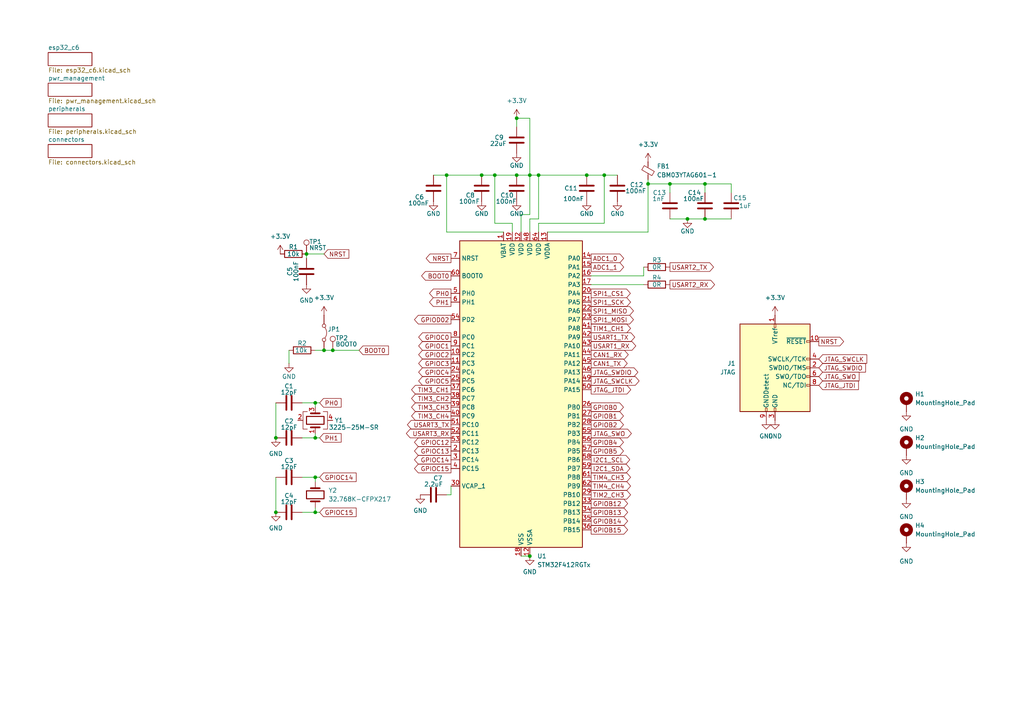
<source format=kicad_sch>
(kicad_sch (version 20250114) (generator "eeschema") (generator_version "9.0")
  (paper "A4")
  (title_block (title "IoT Logger B - STM32F4") (date "2026-01-24") (rev "1.0") (company "Piotr Kłyś"))
  (lib_symbols
    (symbol "Connector:Conn_ARM_JTAG_SWD_10" (pin_names (offset 1.016))
      (property "Reference" "J" (at -2.54 16.51 0))
      (property "Value" "Conn_ARM_JTAG_SWD_10" (at -2.54 13.97 0))
      (symbol "Conn_ARM_JTAG_SWD_10_0_1"
        (rectangle (start -10.16 12.7) (end 10.16 -12.7) (stroke (width 0.254)) (fill (type background)))
        (rectangle (start -2.794 -12.7) (end -2.286 -11.684))
        (rectangle (start -0.254 12.7) (end 0.254 11.684))
        (rectangle (start -0.254 -12.7) (end 0.254 -11.684))
        (rectangle (start 9.144 2.286) (end 10.16 2.794))
        (rectangle (start 10.16 7.874) (end 9.144 7.366))
        (rectangle (start 10.16 -0.254) (end 9.144 0.254))
        (rectangle (start 10.16 -2.794) (end 9.144 -2.286))
      )
      (symbol "Conn_ARM_JTAG_SWD_10_1_1"
        (rectangle (start 9.144 -5.334) (end 10.16 -4.826))
        (pin no_connect line (at -10.16 0 0) (length 2.54) (hide yes) (name "KEY") (number "7"))
        (pin passive line (at -2.54 -15.24 90) (length 2.54) (name "GNDDetect") (number "9"))
        (pin power_in line (at 0 15.24 270) (length 2.54) (name "VTref") (number "1"))
        (pin power_in line (at 0 -15.24 90) (length 2.54) (name "GND") (number "3"))
        (pin passive line (at 0 -15.24 90) (length 2.54) (hide yes) (name "GND") (number "5"))
        (pin open_collector line (at 12.7 7.62 180) (length 2.54) (name "~{RESET}") (number "10"))
        (pin output line (at 12.7 2.54 180) (length 2.54) (name "SWCLK/TCK") (number "4"))
        (pin bidirectional line (at 12.7 0 180) (length 2.54) (name "SWDIO/TMS") (number "2"))
        (pin input line (at 12.7 -2.54 180) (length 2.54) (name "SWO/TDO") (number "6"))
        (pin output line (at 12.7 -5.08 180) (length 2.54) (name "NC/TDI") (number "8"))
      )
    )
    (symbol "Connector:TestPoint" (pin_numbers (hide yes)) (pin_names (offset 0.762) (hide yes))
      (property "Reference" "TP" (at 0 6.858 0))
      (property "Value" "TestPoint" (at 0 5.08 0))
      (symbol "TestPoint_0_1"
        (circle (center 0 3.302) (radius 0.762))
      )
      (symbol "TestPoint_1_1"
        (pin passive line (at 0 0 90) (length 2.54) (name "1") (number "1"))
      )
    )
    (symbol "Device:C" (pin_numbers (hide yes)) (pin_names (offset 0.254))
      (property "Reference" "C" (at 0.635 2.54 0))
      (property "Value" "C" (at 0.635 -2.54 0))
      (symbol "C_0_1"
        (polyline (pts (xy -2.032 0.762) (xy 2.032 0.762)) (stroke (width 0.508)))
        (polyline (pts (xy -2.032 -0.762) (xy 2.032 -0.762)) (stroke (width 0.508)))
      )
      (symbol "C_1_1"
        (pin passive line (at 0 3.81 270) (length 2.794) (name "~") (number "1"))
        (pin passive line (at 0 -3.81 90) (length 2.794) (name "~") (number "2"))
      )
    )
    (symbol "Device:Crystal" (pin_numbers (hide yes)) (pin_names (offset 1.016) (hide yes))
      (property "Reference" "Y" (at 0 3.81 0))
      (property "Value" "Crystal" (at 0 -3.81 0))
      (symbol "Crystal_0_1"
        (polyline (pts (xy -2.54 0) (xy -1.905 0)))
        (polyline (pts (xy -1.905 -1.27) (xy -1.905 1.27)) (stroke (width 0.508)))
        (rectangle (start -1.143 2.54) (end 1.143 -2.54) (stroke (width 0.3048)))
        (polyline (pts (xy 1.905 -1.27) (xy 1.905 1.27)) (stroke (width 0.508)))
        (polyline (pts (xy 2.54 0) (xy 1.905 0)))
      )
      (symbol "Crystal_1_1"
        (pin passive line (at -3.81 0 0) (length 1.27) (name "1") (number "1"))
        (pin passive line (at 3.81 0 180) (length 1.27) (name "2") (number "2"))
      )
    )
    (symbol "Device:Crystal_GND24" (pin_names (offset 1.016) (hide yes))
      (property "Reference" "Y" (at 3.175 5.08 0))
      (property "Value" "Crystal_GND24" (at 3.175 3.175 0))
      (symbol "Crystal_GND24_0_1"
        (polyline (pts (xy -2.54 2.286) (xy -2.54 3.556) (xy 2.54 3.556) (xy 2.54 2.286)))
        (polyline (pts (xy -2.54 0) (xy -2.032 0)))
        (polyline (pts (xy -2.54 -2.286) (xy -2.54 -3.556) (xy 2.54 -3.556) (xy 2.54 -2.286)))
        (polyline (pts (xy -2.032 -1.27) (xy -2.032 1.27)) (stroke (width 0.508)))
        (rectangle (start -1.143 2.54) (end 1.143 -2.54) (stroke (width 0.3048)))
        (polyline (pts (xy 0 3.556) (xy 0 3.81)))
        (polyline (pts (xy 0 -3.81) (xy 0 -3.556)))
        (polyline (pts (xy 2.032 0) (xy 2.54 0)))
        (polyline (pts (xy 2.032 -1.27) (xy 2.032 1.27)) (stroke (width 0.508)))
      )
      (symbol "Crystal_GND24_1_1"
        (pin passive line (at -3.81 0 0) (length 1.27) (name "1") (number "1"))
        (pin passive line (at 0 5.08 270) (length 1.27) (name "2") (number "2"))
        (pin passive line (at 0 -5.08 90) (length 1.27) (name "4") (number "4"))
        (pin passive line (at 3.81 0 180) (length 1.27) (name "3") (number "3"))
      )
    )
    (symbol "Device:FerriteBead_Small" (pin_numbers (hide yes)) (pin_names (offset 0))
      (property "Reference" "FB" (at 1.905 1.27 0))
      (property "Value" "FerriteBead_Small" (at 1.905 -1.27 0))
      (symbol "FerriteBead_Small_0_1"
        (polyline (pts (xy -1.8288 0.2794) (xy -1.1176 1.4986) (xy 1.8288 -0.2032) (xy 1.1176 -1.4224) (xy -1.8288 0.2794)))
        (polyline (pts (xy 0 0.889) (xy 0 1.2954)))
        (polyline (pts (xy 0 -1.27) (xy 0 -0.7874)))
      )
      (symbol "FerriteBead_Small_1_1"
        (pin passive line (at 0 2.54 270) (length 1.27) (name "~") (number "1"))
        (pin passive line (at 0 -2.54 90) (length 1.27) (name "~") (number "2"))
      )
    )
    (symbol "Device:R" (pin_numbers (hide yes)) (pin_names (offset 0))
      (property "Reference" "R" (at 2.032 0 90))
      (property "Value" "R" (at 0 0 90))
      (symbol "R_0_1"
        (rectangle (start -1.016 -2.54) (end 1.016 2.54) (stroke (width 0.254)))
      )
      (symbol "R_1_1"
        (pin passive line (at 0 3.81 270) (length 1.27) (name "~") (number "1"))
        (pin passive line (at 0 -3.81 90) (length 1.27) (name "~") (number "2"))
      )
    )
    (symbol "Jumper:Jumper_2_Bridged" (pin_numbers (hide yes)) (pin_names (offset 0) (hide yes))
      (property "Reference" "JP" (at 0 1.905 0))
      (property "Value" "Jumper_2_Bridged" (at 0 -2.54 0))
      (symbol "Jumper_2_Bridged_0_0"
        (circle (center -2.032 0) (radius 0.508))
        (circle (center 2.032 0) (radius 0.508))
      )
      (symbol "Jumper_2_Bridged_0_1"
        (arc (start -1.524 0.254) (mid 0 0.762) (end 1.524 0.254))
      )
      (symbol "Jumper_2_Bridged_1_1"
        (pin passive line (at -5.08 0 0) (length 2.54) (name "A") (number "1"))
        (pin passive line (at 5.08 0 180) (length 2.54) (name "B") (number "2"))
      )
    )
    (symbol "MCU_ST_STM32F4:STM32F412RGTx"
      (property "Reference" "U" (at -17.78 46.99 0))
      (property "Value" "STM32F412RGTx" (at 10.16 46.99 0))
      (symbol "STM32F412RGTx_0_1"
        (rectangle (start -17.78 -43.18) (end 17.78 45.72) (stroke (width 0.254)) (fill (type background)))
      )
      (symbol "STM32F412RGTx_1_1"
        (pin input line (at -20.32 40.64 0) (length 2.54) (name "NRST") (number "7"))
        (pin input line (at -20.32 35.56 0) (length 2.54) (name "BOOT0") (number "60"))
        (pin bidirectional line (at -20.32 30.48 0) (length 2.54) (name "PH0") (number "5"))
        (pin bidirectional line (at -20.32 27.94 0) (length 2.54) (name "PH1") (number "6"))
        (pin bidirectional line (at -20.32 22.86 0) (length 2.54) (name "PD2") (number "54"))
        (pin bidirectional line (at -20.32 17.78 0) (length 2.54) (name "PC0") (number "8"))
        (pin bidirectional line (at -20.32 15.24 0) (length 2.54) (name "PC1") (number "9"))
        (pin bidirectional line (at -20.32 12.7 0) (length 2.54) (name "PC2") (number "10"))
        (pin bidirectional line (at -20.32 10.16 0) (length 2.54) (name "PC3") (number "11"))
        (pin bidirectional line (at -20.32 7.62 0) (length 2.54) (name "PC4") (number "24"))
        (pin bidirectional line (at -20.32 5.08 0) (length 2.54) (name "PC5") (number "25"))
        (pin bidirectional line (at -20.32 2.54 0) (length 2.54) (name "PC6") (number "37"))
        (pin bidirectional line (at -20.32 0 0) (length 2.54) (name "PC7") (number "38"))
        (pin bidirectional line (at -20.32 -2.54 0) (length 2.54) (name "PC8") (number "39"))
        (pin bidirectional line (at -20.32 -5.08 0) (length 2.54) (name "PC9") (number "40"))
        (pin bidirectional line (at -20.32 -7.62 0) (length 2.54) (name "PC10") (number "51"))
        (pin bidirectional line (at -20.32 -10.16 0) (length 2.54) (name "PC11") (number "52"))
        (pin bidirectional line (at -20.32 -12.7 0) (length 2.54) (name "PC12") (number "53"))
        (pin bidirectional line (at -20.32 -15.24 0) (length 2.54) (name "PC13") (number "2"))
        (pin bidirectional line (at -20.32 -17.78 0) (length 2.54) (name "PC14") (number "3"))
        (pin bidirectional line (at -20.32 -20.32 0) (length 2.54) (name "PC15") (number "4"))
        (pin power_out line (at -20.32 -25.4 0) (length 2.54) (name "VCAP_1") (number "30"))
        (pin power_in line (at -5.08 48.26 270) (length 2.54) (name "VBAT") (number "1"))
        (pin power_in line (at -2.54 48.26 270) (length 2.54) (name "VDD") (number "19"))
        (pin power_in line (at 0 48.26 270) (length 2.54) (name "VDD") (number "32"))
        (pin power_in line (at 0 -45.72 90) (length 2.54) (name "VSS") (number "18"))
        (pin passive line (at 0 -45.72 90) (length 2.54) (hide yes) (name "VSS") (number "31"))
        (pin passive line (at 0 -45.72 90) (length 2.54) (hide yes) (name "VSS") (number "47"))
        (pin passive line (at 0 -45.72 90) (length 2.54) (hide yes) (name "VSS") (number "63"))
        (pin power_in line (at 2.54 48.26 270) (length 2.54) (name "VDD") (number "48"))
        (pin power_in line (at 2.54 -45.72 90) (length 2.54) (name "VSSA") (number "12"))
        (pin power_in line (at 5.08 48.26 270) (length 2.54) (name "VDD") (number "64"))
        (pin power_in line (at 7.62 48.26 270) (length 2.54) (name "VDDA") (number "13"))
        (pin bidirectional line (at 20.32 40.64 180) (length 2.54) (name "PA0") (number "14"))
        (pin bidirectional line (at 20.32 38.1 180) (length 2.54) (name "PA1") (number "15"))
        (pin bidirectional line (at 20.32 35.56 180) (length 2.54) (name "PA2") (number "16"))
        (pin bidirectional line (at 20.32 33.02 180) (length 2.54) (name "PA3") (number "17"))
        (pin bidirectional line (at 20.32 30.48 180) (length 2.54) (name "PA4") (number "20"))
        (pin bidirectional line (at 20.32 27.94 180) (length 2.54) (name "PA5") (number "21"))
        (pin bidirectional line (at 20.32 25.4 180) (length 2.54) (name "PA6") (number "22"))
        (pin bidirectional line (at 20.32 22.86 180) (length 2.54) (name "PA7") (number "23"))
        (pin bidirectional line (at 20.32 20.32 180) (length 2.54) (name "PA8") (number "41"))
        (pin bidirectional line (at 20.32 17.78 180) (length 2.54) (name "PA9") (number "42"))
        (pin bidirectional line (at 20.32 15.24 180) (length 2.54) (name "PA10") (number "43"))
        (pin bidirectional line (at 20.32 12.7 180) (length 2.54) (name "PA11") (number "44"))
        (pin bidirectional line (at 20.32 10.16 180) (length 2.54) (name "PA12") (number "45"))
        (pin bidirectional line (at 20.32 7.62 180) (length 2.54) (name "PA13") (number "46"))
        (pin bidirectional line (at 20.32 5.08 180) (length 2.54) (name "PA14") (number "49"))
        (pin bidirectional line (at 20.32 2.54 180) (length 2.54) (name "PA15") (number "50"))
        (pin bidirectional line (at 20.32 -2.54 180) (length 2.54) (name "PB0") (number "26"))
        (pin bidirectional line (at 20.32 -5.08 180) (length 2.54) (name "PB1") (number "27"))
        (pin bidirectional line (at 20.32 -7.62 180) (length 2.54) (name "PB2") (number "28"))
        (pin bidirectional line (at 20.32 -10.16 180) (length 2.54) (name "PB3") (number "55"))
        (pin bidirectional line (at 20.32 -12.7 180) (length 2.54) (name "PB4") (number "56"))
        (pin bidirectional line (at 20.32 -15.24 180) (length 2.54) (name "PB5") (number "57"))
        (pin bidirectional line (at 20.32 -17.78 180) (length 2.54) (name "PB6") (number "58"))
        (pin bidirectional line (at 20.32 -20.32 180) (length 2.54) (name "PB7") (number "59"))
        (pin bidirectional line (at 20.32 -22.86 180) (length 2.54) (name "PB8") (number "61"))
        (pin bidirectional line (at 20.32 -25.4 180) (length 2.54) (name "PB9") (number "62"))
        (pin bidirectional line (at 20.32 -27.94 180) (length 2.54) (name "PB10") (number "29"))
        (pin bidirectional line (at 20.32 -30.48 180) (length 2.54) (name "PB12") (number "33"))
        (pin bidirectional line (at 20.32 -33.02 180) (length 2.54) (name "PB13") (number "34"))
        (pin bidirectional line (at 20.32 -35.56 180) (length 2.54) (name "PB14") (number "35"))
        (pin bidirectional line (at 20.32 -38.1 180) (length 2.54) (name "PB15") (number "36"))
      )
    )
    (symbol "Mechanical:MountingHole_Pad" (pin_numbers (hide yes)) (pin_names (offset 1.016) (hide yes)) (in_bom no)
      (property "Reference" "H" (at 0 6.35 0))
      (property "Value" "MountingHole_Pad" (at 0 4.445 0))
      (symbol "MountingHole_Pad_0_1"
        (circle (center 0 1.27) (radius 1.27) (stroke (width 1.27)))
      )
      (symbol "MountingHole_Pad_1_1"
        (pin input line (at 0 -2.54 90) (length 2.54) (name "1") (number "1"))
      )
    )
    (symbol "power:+3.3V" (power) (pin_numbers (hide yes)) (pin_names (offset 0) (hide yes))
      (property "Value" "+3.3V" (at 0 3.556 0))
      (symbol "+3.3V_0_1"
        (polyline (pts (xy -0.762 1.27) (xy 0 2.54)))
        (polyline (pts (xy 0 2.54) (xy 0.762 1.27)))
        (polyline (pts (xy 0 0) (xy 0 2.54)))
      )
      (symbol "+3.3V_1_1"
        (pin power_in line (at 0 0 90) (length 0) (name "~") (number "1"))
      )
    )
    (symbol "power:GND" (power) (pin_numbers (hide yes)) (pin_names (offset 0) (hide yes))
      (property "Value" "GND" (at 0 -3.81 0))
      (symbol "GND_0_1"
        (polyline (pts (xy 0 0) (xy 0 -1.27) (xy 1.27 -1.27) (xy 0 -2.54) (xy -1.27 -1.27) (xy 0 -1.27)))
      )
      (symbol "GND_1_1"
        (pin power_in line (at 0 0 270) (length 0) (name "~") (number "1"))
      )
    )
  )
  (junction (at 149.86 50.8))
  (junction (at 143.51 50.8))
  (junction (at 170.18 50.8))
  (junction (at 91.44 148.59))
  (junction (at 91.44 116.84))
  (junction (at 139.7 50.8))
  (junction (at 175.26 50.8))
  (junction (at 204.47 53.34))
  (junction (at 156.21 50.8))
  (junction (at 204.47 63.5))
  (junction (at 88.9 73.66))
  (junction (at 93.98 101.6))
  (junction (at 91.44 127))
  (junction (at 80.01 127))
  (junction (at 187.96 53.34))
  (junction (at 199.39 63.5))
  (junction (at 149.86 34.29))
  (junction (at 153.67 50.8))
  (junction (at 96.52 101.6))
  (junction (at 91.44 138.43))
  (junction (at 129.54 50.8))
  (junction (at 153.67 161.29))
  (junction (at 194.31 53.34))
  (junction (at 80.01 148.59))
  (wire (pts (xy 204.47 53.34) (xy 194.31 53.34)))
  (wire (pts (xy 212.09 53.34) (xy 204.47 53.34)))
  (wire (pts (xy 96.52 101.6) (xy 104.14 101.6)))
  (wire (pts (xy 91.44 127) (xy 92.71 127)))
  (wire (pts (xy 148.59 64.77) (xy 148.59 67.31)))
  (wire (pts (xy 153.67 67.31) (xy 153.67 63.5)))
  (wire (pts (xy 151.13 161.29) (xy 153.67 161.29)))
  (wire (pts (xy 88.9 74.93) (xy 88.9 73.66)))
  (wire (pts (xy 143.51 50.8) (xy 149.86 50.8)))
  (wire (pts (xy 96.52 101.6) (xy 93.98 101.6)))
  (wire (pts (xy 204.47 63.5) (xy 212.09 63.5)))
  (wire (pts (xy 87.63 127) (xy 91.44 127)))
  (wire (pts (xy 91.44 125.73) (xy 91.44 127)))
  (wire (pts (xy 91.44 138.43) (xy 91.44 139.7)))
  (wire (pts (xy 87.63 138.43) (xy 91.44 138.43)))
  (wire (pts (xy 91.44 147.32) (xy 91.44 148.59)))
  (wire (pts (xy 129.54 50.8) (xy 139.7 50.8)))
  (wire (pts (xy 153.67 63.5) (xy 156.21 63.5)))
  (wire (pts (xy 187.96 67.31) (xy 187.96 53.34)))
  (wire (pts (xy 186.69 80.01) (xy 186.69 77.47)))
  (wire (pts (xy 151.13 67.31) (xy 151.13 62.23)))
  (wire (pts (xy 156.21 50.8) (xy 170.18 50.8)))
  (wire (pts (xy 187.96 52.07) (xy 187.96 53.34)))
  (wire (pts (xy 153.67 62.23) (xy 153.67 50.8)))
  (wire (pts (xy 87.63 116.84) (xy 91.44 116.84)))
  (wire (pts (xy 153.67 34.29) (xy 153.67 50.8)))
  (wire (pts (xy 129.54 143.51) (xy 130.81 143.51)))
  (wire (pts (xy 91.44 148.59) (xy 92.71 148.59)))
  (wire (pts (xy 129.54 50.8) (xy 125.73 50.8)))
  (wire (pts (xy 151.13 62.23) (xy 153.67 62.23)))
  (wire (pts (xy 139.7 50.8) (xy 143.51 50.8)))
  (wire (pts (xy 194.31 63.5) (xy 199.39 63.5)))
  (wire (pts (xy 156.21 63.5) (xy 156.21 50.8)))
  (wire (pts (xy 187.96 53.34) (xy 194.31 53.34)))
  (wire (pts (xy 148.59 64.77) (xy 143.51 64.77)))
  (wire (pts (xy 156.21 64.77) (xy 175.26 64.77)))
  (wire (pts (xy 149.86 50.8) (xy 153.67 50.8)))
  (wire (pts (xy 88.9 73.66) (xy 93.98 73.66)))
  (wire (pts (xy 175.26 64.77) (xy 175.26 50.8)))
  (wire (pts (xy 91.44 101.6) (xy 93.98 101.6)))
  (wire (pts (xy 170.18 50.8) (xy 175.26 50.8)))
  (wire (pts (xy 129.54 67.31) (xy 129.54 50.8)))
  (wire (pts (xy 204.47 55.88) (xy 204.47 53.34)))
  (wire (pts (xy 91.44 116.84) (xy 91.44 118.11)))
  (wire (pts (xy 87.63 148.59) (xy 91.44 148.59)))
  (wire (pts (xy 175.26 50.8) (xy 179.07 50.8)))
  (wire (pts (xy 158.75 67.31) (xy 187.96 67.31)))
  (wire (pts (xy 143.51 64.77) (xy 143.51 50.8)))
  (wire (pts (xy 83.82 105.41) (xy 83.82 101.6)))
  (wire (pts (xy 91.44 138.43) (xy 92.71 138.43)))
  (wire (pts (xy 199.39 63.5) (xy 204.47 63.5)))
  (wire (pts (xy 194.31 53.34) (xy 194.31 55.88)))
  (wire (pts (xy 171.45 82.55) (xy 186.69 82.55)))
  (wire (pts (xy 146.05 67.31) (xy 129.54 67.31)))
  (wire (pts (xy 80.01 138.43) (xy 80.01 148.59)))
  (wire (pts (xy 153.67 34.29) (xy 149.86 34.29)))
  (wire (pts (xy 156.21 64.77) (xy 156.21 67.31)))
  (wire (pts (xy 80.01 116.84) (xy 80.01 127)))
  (wire (pts (xy 153.67 50.8) (xy 156.21 50.8)))
  (wire (pts (xy 130.81 143.51) (xy 130.81 140.97)))
  (wire (pts (xy 171.45 80.01) (xy 186.69 80.01)))
  (wire (pts (xy 91.44 116.84) (xy 92.71 116.84)))
  (wire (pts (xy 212.09 55.88) (xy 212.09 53.34)))
  (wire (pts (xy 149.86 34.29) (xy 149.86 36.83)))
  (global_label "GPIOC13" (shape output) (at 130.81 130.81 180) (property "Intersheetrefs" "${INTERSHEET_REFS}" (effects (hide yes))))
  (global_label "PH0" (shape input) (at 92.71 116.84 0) (property "Intersheetrefs" "${INTERSHEET_REFS}" (effects (hide yes))))
  (global_label "GPIOB2" (shape output) (at 171.45 123.19 0) (property "Intersheetrefs" "${INTERSHEET_REFS}" (effects (hide yes))))
  (global_label "NRST" (shape input) (at 93.98 73.66 0) (property "Intersheetrefs" "${INTERSHEET_REFS}" (effects (hide yes))))
  (global_label "BOOT0" (shape input) (at 104.14 101.6 0) (property "Intersheetrefs" "${INTERSHEET_REFS}" (effects (hide yes))))
  (global_label "GPIOC1" (shape output) (at 130.81 100.33 180) (property "Intersheetrefs" "${INTERSHEET_REFS}" (effects (hide yes))))
  (global_label "SPI1_SCK" (shape output) (at 171.45 87.63 0) (property "Intersheetrefs" "${INTERSHEET_REFS}" (effects (hide yes))))
  (global_label "JTAG_JTDI" (shape output) (at 171.45 113.03 0) (property "Intersheetrefs" "${INTERSHEET_REFS}" (effects (hide yes))))
  (global_label "USART2_TX" (shape output) (at 194.31 77.47 0) (property "Intersheetrefs" "${INTERSHEET_REFS}" (effects (hide yes))))
  (global_label "GPIOC3" (shape output) (at 130.81 105.41 180) (property "Intersheetrefs" "${INTERSHEET_REFS}" (effects (hide yes))))
  (global_label "GPIOB15" (shape output) (at 171.45 153.67 0) (property "Intersheetrefs" "${INTERSHEET_REFS}" (effects (hide yes))))
  (global_label "TIM3_CH4" (shape output) (at 130.81 120.65 180) (property "Intersheetrefs" "${INTERSHEET_REFS}" (effects (hide yes))))
  (global_label "TIM4_CH3" (shape output) (at 171.45 138.43 0) (property "Intersheetrefs" "${INTERSHEET_REFS}" (effects (hide yes))))
  (global_label "I2C1_SDA" (shape output) (at 171.45 135.89 0) (property "Intersheetrefs" "${INTERSHEET_REFS}" (effects (hide yes))))
  (global_label "SPI1_MISO" (shape output) (at 171.45 90.17 0) (property "Intersheetrefs" "${INTERSHEET_REFS}" (effects (hide yes))))
  (global_label "GPIOB12" (shape output) (at 171.45 146.05 0) (property "Intersheetrefs" "${INTERSHEET_REFS}" (effects (hide yes))))
  (global_label "TIM3_CH3" (shape output) (at 130.81 118.11 180) (property "Intersheetrefs" "${INTERSHEET_REFS}" (effects (hide yes))))
  (global_label "GPIOC12" (shape output) (at 130.81 128.27 180) (property "Intersheetrefs" "${INTERSHEET_REFS}" (effects (hide yes))))
  (global_label "PH0" (shape output) (at 130.81 85.09 180) (property "Intersheetrefs" "${INTERSHEET_REFS}" (effects (hide yes))))
  (global_label "GPIOC0" (shape output) (at 130.81 97.79 180) (property "Intersheetrefs" "${INTERSHEET_REFS}" (effects (hide yes))))
  (global_label "GPIOB0" (shape output) (at 171.45 118.11 0) (property "Intersheetrefs" "${INTERSHEET_REFS}" (effects (hide yes))))
  (global_label "JTAG_SWCLK" (shape output) (at 171.45 110.49 0) (property "Intersheetrefs" "${INTERSHEET_REFS}" (effects (hide yes))))
  (global_label "SPI1_CS1" (shape output) (at 171.45 85.09 0) (property "Intersheetrefs" "${INTERSHEET_REFS}" (effects (hide yes))))
  (global_label "GPIOB4" (shape output) (at 171.45 128.27 0) (property "Intersheetrefs" "${INTERSHEET_REFS}" (effects (hide yes))))
  (global_label "GPIOC5" (shape output) (at 130.81 110.49 180) (property "Intersheetrefs" "${INTERSHEET_REFS}" (effects (hide yes))))
  (global_label "TIM3_CH2" (shape output) (at 130.81 115.57 180) (property "Intersheetrefs" "${INTERSHEET_REFS}" (effects (hide yes))))
  (global_label "TIM2_CH3" (shape output) (at 171.45 143.51 0) (property "Intersheetrefs" "${INTERSHEET_REFS}" (effects (hide yes))))
  (global_label "CAN1_TX" (shape output) (at 171.45 105.41 0) (property "Intersheetrefs" "${INTERSHEET_REFS}" (effects (hide yes))))
  (global_label "NRST" (shape output) (at 237.49 99.06 0) (property "Intersheetrefs" "${INTERSHEET_REFS}" (effects (hide yes))))
  (global_label "USART1_TX" (shape output) (at 171.45 97.79 0) (property "Intersheetrefs" "${INTERSHEET_REFS}" (effects (hide yes))))
  (global_label "JTAG_SWDIO" (shape output) (at 171.45 107.95 0) (property "Intersheetrefs" "${INTERSHEET_REFS}" (effects (hide yes))))
  (global_label "GPIOB1" (shape output) (at 171.45 120.65 0) (property "Intersheetrefs" "${INTERSHEET_REFS}" (effects (hide yes))))
  (global_label "SPI1_MOSI" (shape output) (at 171.45 92.71 0) (property "Intersheetrefs" "${INTERSHEET_REFS}" (effects (hide yes))))
  (global_label "JTAG_SWO" (shape output) (at 171.45 125.73 0) (property "Intersheetrefs" "${INTERSHEET_REFS}" (effects (hide yes))))
  (global_label "I2C1_SCL" (shape output) (at 171.45 133.35 0) (property "Intersheetrefs" "${INTERSHEET_REFS}" (effects (hide yes))))
  (global_label "GPIOB14" (shape output) (at 171.45 151.13 0) (property "Intersheetrefs" "${INTERSHEET_REFS}" (effects (hide yes))))
  (global_label "GPIOB13" (shape output) (at 171.45 148.59 0) (property "Intersheetrefs" "${INTERSHEET_REFS}" (effects (hide yes))))
  (global_label "USART3_TX" (shape output) (at 130.81 123.19 180) (property "Intersheetrefs" "${INTERSHEET_REFS}" (effects (hide yes))))
  (global_label "GPIOC14" (shape output) (at 130.81 133.35 180) (property "Intersheetrefs" "${INTERSHEET_REFS}" (effects (hide yes))))
  (global_label "TIM1_CH1" (shape output) (at 171.45 95.25 0) (property "Intersheetrefs" "${INTERSHEET_REFS}" (effects (hide yes))))
  (global_label "TIM3_CH1" (shape output) (at 130.81 113.03 180) (property "Intersheetrefs" "${INTERSHEET_REFS}" (effects (hide yes))))
  (global_label "GPIOC4" (shape output) (at 130.81 107.95 180) (property "Intersheetrefs" "${INTERSHEET_REFS}" (effects (hide yes))))
  (global_label "NRST" (shape output) (at 130.81 74.93 180) (property "Intersheetrefs" "${INTERSHEET_REFS}" (effects (hide yes))))
  (global_label "TIM4_CH4" (shape output) (at 171.45 140.97 0) (property "Intersheetrefs" "${INTERSHEET_REFS}" (effects (hide yes))))
  (global_label "GPIOC14" (shape input) (at 92.71 138.43 0) (property "Intersheetrefs" "${INTERSHEET_REFS}" (effects (hide yes))))
  (global_label "GPIOB5" (shape output) (at 171.45 130.81 0) (property "Intersheetrefs" "${INTERSHEET_REFS}" (effects (hide yes))))
  (global_label "JTAG_SWDIO" (shape input) (at 237.49 106.68 0) (property "Intersheetrefs" "${INTERSHEET_REFS}" (effects (hide yes))))
  (global_label "PH1" (shape output) (at 130.81 87.63 180) (property "Intersheetrefs" "${INTERSHEET_REFS}" (effects (hide yes))))
  (global_label "BOOT0" (shape output) (at 130.81 80.01 180) (property "Intersheetrefs" "${INTERSHEET_REFS}" (effects (hide yes))))
  (global_label "GPIOC15" (shape input) (at 92.71 148.59 0) (property "Intersheetrefs" "${INTERSHEET_REFS}" (effects (hide yes))))
  (global_label "GPIOC2" (shape output) (at 130.81 102.87 180) (property "Intersheetrefs" "${INTERSHEET_REFS}" (effects (hide yes))))
  (global_label "ADC1_1" (shape output) (at 171.45 77.47 0) (property "Intersheetrefs" "${INTERSHEET_REFS}" (effects (hide yes))))
  (global_label "CAN1_RX" (shape output) (at 171.45 102.87 0) (property "Intersheetrefs" "${INTERSHEET_REFS}" (effects (hide yes))))
  (global_label "JTAG_SWO" (shape input) (at 237.49 109.22 0) (property "Intersheetrefs" "${INTERSHEET_REFS}" (effects (hide yes))))
  (global_label "GPIOC15" (shape output) (at 130.81 135.89 180) (property "Intersheetrefs" "${INTERSHEET_REFS}" (effects (hide yes))))
  (global_label "USART2_RX" (shape output) (at 194.31 82.55 0) (property "Intersheetrefs" "${INTERSHEET_REFS}" (effects (hide yes))))
  (global_label "USART1_RX" (shape output) (at 171.45 100.33 0) (property "Intersheetrefs" "${INTERSHEET_REFS}" (effects (hide yes))))
  (global_label "PH1" (shape input) (at 92.71 127 0) (property "Intersheetrefs" "${INTERSHEET_REFS}" (effects (hide yes))))
  (global_label "JTAG_SWCLK" (shape input) (at 237.49 104.14 0) (property "Intersheetrefs" "${INTERSHEET_REFS}" (effects (hide yes))))
  (global_label "JTAG_JTDI" (shape input) (at 237.49 111.76 0) (property "Intersheetrefs" "${INTERSHEET_REFS}" (effects (hide yes))))
  (global_label "ADC1_0" (shape output) (at 171.45 74.93 0) (property "Intersheetrefs" "${INTERSHEET_REFS}" (effects (hide yes))))
  (global_label "USART3_RX" (shape output) (at 130.81 125.73 180) (property "Intersheetrefs" "${INTERSHEET_REFS}" (effects (hide yes))))
  (global_label "GPIOD02" (shape output) (at 130.81 92.71 180) (property "Intersheetrefs" "${INTERSHEET_REFS}" (effects (hide yes))))
  (symbol (lib_id "Device:C") (at 83.82 116.84 90) (unit 1)
    (property "Reference" "C1" (at 83.82 112.014 90))
    (property "Value" "12pF" (at 83.82 113.792 90))
    (property "Footprint" "Capacitor_SMD:C_0603_1608Metric" (effects (hide yes)))
    (property "Description" "Unpolarized capacitor" (effects (hide yes)))
  )
  (symbol (lib_id "Mechanical:MountingHole_Pad") (at 262.89 142.24 0) (unit 1) (in_bom no)
    (property "Reference" "H3" (at 265.43 139.6999 0) (effects (justify left)))
    (property "Value" "MountingHole_Pad" (at 265.43 142.2399 0) (effects (justify left)))
    (property "Footprint" "MountingHole:MountingHole_3.2mm_M3_DIN965_Pad" (effects (hide yes)))
    (property "Description" "Mounting Hole with connection" (effects (hide yes)))
  )
  (symbol (lib_id "MCU_ST_STM32F4:STM32F412RGTx") (at 151.13 115.57 0) (unit 1)
    (property "Reference" "U1" (at 155.8133 161.29 0) (effects (justify left)))
    (property "Value" "STM32F412RGTx" (at 155.8133 163.83 0) (effects (justify left)))
    (property "Footprint" "Package_QFP:LQFP-64_10x10mm_P0.5mm" (effects (hide yes)))
    (property "Datasheet" "https://www.st.com/resource/en/datasheet/stm32f412rg.pdf" (effects (hide yes)))
    (property "Description" "STMicroelectronics Arm Cortex-M4 MCU, 1024KB flash, 256KB RAM, 100 MHz, 1.7-3.6V, 50 GPIO, LQFP64" (effects (hide yes)))
  )
  (symbol (lib_id "Device:C") (at 204.47 59.69 0) (unit 1)
    (property "Reference" "C14" (at 201.422 55.88 0))
    (property "Value" "100nF" (at 201.168 57.658 0))
    (property "Footprint" "Capacitor_SMD:C_0603_1608Metric" (effects (hide yes)))
    (property "Description" "Unpolarized capacitor" (effects (hide yes)))
  )
  (symbol (lib_id "Connector:TestPoint") (at 96.52 101.6 0) (unit 1)
    (property "Reference" "TP2" (at 97.282 98.044 0) (effects (justify left)))
    (property "Value" "BOOT0" (at 97.282 99.822 0) (effects (justify left)))
    (property "Footprint" "TestPoint:TestPoint_Pad_D1.5mm" (effects (hide yes)))
    (property "Description" "test point" (effects (hide yes)))
  )
  (symbol (lib_id "Jumper:Jumper_2_Bridged") (at 93.98 96.52 270) (unit 1)
    (property "Reference" "JP1" (at 94.996 95.504 90) (effects (justify left)))
    (property "Value" "Jumper_2_Bridged" (effects (hide yes)))
    (property "Footprint" "Connector_PinHeader_2.54mm:PinHeader_1x02_P2.54mm_Vertical" (effects (hide yes)))
    (property "Description" "Jumper, 2-pole, closed/bridged" (effects (hide yes)))
  )
  (symbol (lib_id "power:GND") (at 80.01 148.59 0) (unit 1)
    (property "Reference" "#PWR02" (effects (hide yes)))
    (property "Value" "GND" (at 80.01 153.162 0))
    (property "Description" "Power symbol creates a global label with name \"GND\" , ground" (effects (hide yes)))
  )
  (symbol (lib_id "power:GND") (at 262.89 132.08 0) (unit 1)
    (property "Reference" "#PWR022" (effects (hide yes)))
    (property "Value" "GND" (at 262.89 137.16 0))
    (property "Description" "Power symbol creates a global label with name \"GND\" , ground" (effects (hide yes)))
  )
  (symbol (lib_id "power:+3.3V") (at 81.28 73.66 0) (unit 1)
    (property "Reference" "#PWR03" (effects (hide yes)))
    (property "Value" "+3.3V" (at 81.28 68.58 0))
    (property "Description" "Power symbol creates a global label with name \"+3.3V\"" (effects (hide yes)))
  )
  (symbol (lib_id "power:+3.3V") (at 187.96 46.99 0) (unit 1)
    (property "Reference" "#PWR016" (effects (hide yes)))
    (property "Value" "+3.3V" (at 187.96 41.91 0))
    (property "Description" "Power symbol creates a global label with name \"+3.3V\"" (effects (hide yes)))
  )
  (symbol (lib_id "Mechanical:MountingHole_Pad") (at 262.89 116.84 0) (unit 1) (in_bom no)
    (property "Reference" "H1" (at 265.43 114.2999 0) (effects (justify left)))
    (property "Value" "MountingHole_Pad" (at 265.43 116.8399 0) (effects (justify left)))
    (property "Footprint" "MountingHole:MountingHole_3.2mm_M3_DIN965_Pad" (effects (hide yes)))
    (property "Description" "Mounting Hole with connection" (effects (hide yes)))
  )
  (symbol (lib_id "power:+3.3V") (at 93.98 91.44 0) (unit 1)
    (property "Reference" "#PWR06" (effects (hide yes)))
    (property "Value" "+3.3V" (at 93.98 86.36 0))
    (property "Description" "Power symbol creates a global label with name \"+3.3V\"" (effects (hide yes)))
  )
  (symbol (lib_id "Device:R") (at 190.5 82.55 270) (unit 1)
    (property "Reference" "R4" (at 190.5 80.518 90))
    (property "Value" "0R" (at 190.5 82.55 90))
    (property "Footprint" "Resistor_SMD:R_0603_1608Metric" (effects (hide yes)))
    (property "Description" "Resistor" (effects (hide yes)))
  )
  (symbol (lib_id "Connector:TestPoint") (at 88.9 73.66 0) (unit 1)
    (property "Reference" "TP1" (at 89.662 70.104 0) (effects (justify left)))
    (property "Value" "NRST" (at 89.662 71.882 0) (effects (justify left)))
    (property "Footprint" "TestPoint:TestPoint_Pad_D1.5mm" (effects (hide yes)))
    (property "Description" "test point" (effects (hide yes)))
  )
  (symbol (lib_id "power:GND") (at 262.89 144.78 0) (unit 1)
    (property "Reference" "#PWR023" (effects (hide yes)))
    (property "Value" "GND" (at 262.89 149.86 0))
    (property "Description" "Power symbol creates a global label with name \"GND\" , ground" (effects (hide yes)))
  )
  (symbol (lib_id "Device:C") (at 194.31 59.69 0) (unit 1)
    (property "Reference" "C13" (at 191.262 55.88 0))
    (property "Value" "1nF" (at 191.008 57.658 0))
    (property "Footprint" "Capacitor_SMD:C_0603_1608Metric" (effects (hide yes)))
    (property "Description" "Unpolarized capacitor" (effects (hide yes)))
  )
  (symbol (lib_id "Device:C") (at 83.82 138.43 90) (unit 1)
    (property "Reference" "C3" (at 83.82 133.604 90))
    (property "Value" "12pF" (at 83.82 135.382 90))
    (property "Footprint" "Capacitor_SMD:C_0603_1608Metric" (effects (hide yes)))
    (property "Description" "Unpolarized capacitor" (effects (hide yes)))
  )
  (symbol (lib_id "Mechanical:MountingHole_Pad") (at 262.89 129.54 0) (unit 1) (in_bom no)
    (property "Reference" "H2" (at 265.43 126.9999 0) (effects (justify left)))
    (property "Value" "MountingHole_Pad" (at 265.43 129.5399 0) (effects (justify left)))
    (property "Footprint" "MountingHole:MountingHole_3.2mm_M3_DIN965_Pad" (effects (hide yes)))
    (property "Description" "Mounting Hole with connection" (effects (hide yes)))
  )
  (symbol (lib_id "power:GND") (at 199.39 63.5 0) (unit 1)
    (property "Reference" "#PWR017" (effects (hide yes)))
    (property "Value" "GND" (at 199.39 67.056 0))
    (property "Description" "Power symbol creates a global label with name \"GND\" , ground" (effects (hide yes)))
  )
  (symbol (lib_id "Device:C") (at 149.86 40.64 0) (unit 1)
    (property "Reference" "C9" (at 144.78 39.878 0))
    (property "Value" "22uF" (at 144.526 41.656 0))
    (property "Footprint" "Capacitor_SMD:C_0603_1608Metric" (effects (hide yes)))
    (property "Description" "Unpolarized capacitor" (effects (hide yes)))
  )
  (symbol (lib_id "power:GND") (at 121.92 143.51 0) (unit 1)
    (property "Reference" "#PWR07" (effects (hide yes)))
    (property "Value" "GND" (at 121.92 148.082 0))
    (property "Description" "Power symbol creates a global label with name \"GND\" , ground" (effects (hide yes)))
  )
  (symbol (lib_id "Device:R") (at 87.63 101.6 270) (unit 1)
    (property "Reference" "R2" (at 87.63 99.568 90))
    (property "Value" "10k" (at 87.376 101.6 90))
    (property "Footprint" "Resistor_SMD:R_0603_1608Metric" (effects (hide yes)))
    (property "Description" "Resistor" (effects (hide yes)))
  )
  (symbol (lib_id "Mechanical:MountingHole_Pad") (at 262.89 154.94 0) (unit 1) (in_bom no)
    (property "Reference" "H4" (at 265.43 152.3999 0) (effects (justify left)))
    (property "Value" "MountingHole_Pad" (at 265.43 154.9399 0) (effects (justify left)))
    (property "Footprint" "MountingHole:MountingHole_3.2mm_M3_DIN965_Pad" (effects (hide yes)))
    (property "Description" "Mounting Hole with connection" (effects (hide yes)))
  )
  (symbol (lib_id "power:+3.3V") (at 149.86 34.29 0) (unit 1)
    (property "Reference" "#PWR010" (effects (hide yes)))
    (property "Value" "+3.3V" (at 149.86 29.21 0))
    (property "Description" "Power symbol creates a global label with name \"+3.3V\"" (effects (hide yes)))
  )
  (symbol (lib_id "Device:C") (at 125.73 143.51 90) (unit 1)
    (property "Reference" "C7" (at 127 138.684 90))
    (property "Value" "2.2uF" (at 125.73 140.462 90))
    (property "Footprint" "Capacitor_SMD:C_0603_1608Metric" (effects (hide yes)))
    (property "Description" "Unpolarized capacitor" (effects (hide yes)))
  )
  (symbol (lib_id "power:GND") (at 262.89 119.38 0) (unit 1)
    (property "Reference" "#PWR021" (effects (hide yes)))
    (property "Value" "GND" (at 262.89 124.46 0))
    (property "Description" "Power symbol creates a global label with name \"GND\" , ground" (effects (hide yes)))
  )
  (symbol (lib_id "Device:C") (at 179.07 54.61 0) (unit 1)
    (property "Reference" "C12" (at 184.658 53.594 0))
    (property "Value" "100nF" (at 184.404 55.372 0))
    (property "Footprint" "Capacitor_SMD:C_0603_1608Metric" (effects (hide yes)))
    (property "Description" "Unpolarized capacitor" (effects (hide yes)))
  )
  (symbol (lib_id "power:+3.3V") (at 224.79 91.44 0) (unit 1)
    (property "Reference" "#PWR019" (effects (hide yes)))
    (property "Value" "+3.3V" (at 224.79 86.36 0))
    (property "Description" "Power symbol creates a global label with name \"+3.3V\"" (effects (hide yes)))
  )
  (symbol (lib_id "power:GND") (at 139.7 58.42 0) (unit 1)
    (property "Reference" "#PWR09" (effects (hide yes)))
    (property "Value" "GND" (at 139.7 61.976 0))
    (property "Description" "Power symbol creates a global label with name \"GND\" , ground" (effects (hide yes)))
  )
  (symbol (lib_id "power:GND") (at 224.79 121.92 0) (unit 1)
    (property "Reference" "#PWR020" (effects (hide yes)))
    (property "Value" "GND" (at 224.79 126.492 0))
    (property "Description" "Power symbol creates a global label with name \"GND\" , ground" (effects (hide yes)))
  )
  (symbol (lib_id "power:GND") (at 153.67 161.29 0) (unit 1)
    (property "Reference" "#PWR013" (effects (hide yes)))
    (property "Value" "GND" (at 153.67 165.862 0))
    (property "Description" "Power symbol creates a global label with name \"GND\" , ground" (effects (hide yes)))
  )
  (symbol (lib_id "power:GND") (at 222.25 121.92 0) (unit 1)
    (property "Reference" "#PWR018" (effects (hide yes)))
    (property "Value" "GND" (at 222.25 126.492 0))
    (property "Description" "Power symbol creates a global label with name \"GND\" , ground" (effects (hide yes)))
  )
  (symbol (lib_id "power:GND") (at 170.18 58.42 0) (unit 1)
    (property "Reference" "#PWR014" (effects (hide yes)))
    (property "Value" "GND" (at 170.18 61.976 0))
    (property "Description" "Power symbol creates a global label with name \"GND\" , ground" (effects (hide yes)))
  )
  (symbol (lib_id "Device:FerriteBead_Small") (at 187.96 49.53 0) (unit 1)
    (property "Reference" "FB1" (at 190.5 48.2218 0) (effects (justify left)))
    (property "Value" "CBM03YTAG601-1" (at 190.5 50.7618 0) (effects (justify left)))
    (property "Footprint" "Inductor_SMD:L_0603_1608Metric" (effects (hide yes)))
    (property "Description" "Ferrite bead, small symbol" (effects (hide yes)))
  )
  (symbol (lib_id "power:GND") (at 80.01 127 0) (unit 1)
    (property "Reference" "#PWR01" (effects (hide yes)))
    (property "Value" "GND" (at 80.01 131.572 0))
    (property "Description" "Power symbol creates a global label with name \"GND\" , ground" (effects (hide yes)))
  )
  (symbol (lib_id "Device:C") (at 170.18 54.61 0) (unit 1)
    (property "Reference" "C11" (at 165.608 54.61 0))
    (property "Value" "100nF" (at 166.37 57.658 0))
    (property "Footprint" "Capacitor_SMD:C_0603_1608Metric" (effects (hide yes)))
    (property "Description" "Unpolarized capacitor" (effects (hide yes)))
  )
  (symbol (lib_id "Device:R") (at 190.5 77.47 270) (unit 1)
    (property "Reference" "R3" (at 190.5 75.438 90))
    (property "Value" "0R" (at 190.5 77.47 90))
    (property "Footprint" "Resistor_SMD:R_0603_1608Metric" (effects (hide yes)))
    (property "Description" "Resistor" (effects (hide yes)))
  )
  (symbol (lib_id "Device:Crystal") (at 91.44 143.51 270) (unit 1)
    (property "Reference" "Y2" (at 95.25 142.2399 90) (effects (justify left)))
    (property "Value" "32.768K-CFPX217" (at 95.25 144.7799 90) (effects (justify left)))
    (property "Footprint" "Crystal:Crystal_SMD_3215-2Pin_3.2x1.5mm" (effects (hide yes)))
    (property "Description" "Two pin crystal" (effects (hide yes)))
  )
  (symbol (lib_id "Device:Crystal_GND24") (at 91.44 121.92 90) (unit 1)
    (property "Reference" "Y1" (at 98.298 121.92 90))
    (property "Value" "3225-25M-SR" (at 102.616 123.952 90))
    (property "Footprint" "Crystal:Crystal_SMD_3225-4Pin_3.2x2.5mm" (effects (hide yes)))
    (property "Description" "Four pin crystal, GND on pins 2 and 4" (effects (hide yes)))
  )
  (symbol (lib_id "Device:C") (at 83.82 127 90) (unit 1)
    (property "Reference" "C2" (at 83.82 122.174 90))
    (property "Value" "12pF" (at 83.82 123.952 90))
    (property "Footprint" "Capacitor_SMD:C_0603_1608Metric" (effects (hide yes)))
    (property "Description" "Unpolarized capacitor" (effects (hide yes)))
  )
  (symbol (lib_id "power:GND") (at 83.82 105.41 0) (unit 1)
    (property "Reference" "#PWR04" (effects (hide yes)))
    (property "Value" "GND" (at 83.82 109.22 0))
    (property "Description" "Power symbol creates a global label with name \"GND\" , ground" (effects (hide yes)))
  )
  (symbol (lib_id "Device:C") (at 125.73 54.61 0) (unit 1)
    (property "Reference" "C6" (at 121.666 57.15 0))
    (property "Value" "100nF" (at 121.412 58.928 0))
    (property "Footprint" "Capacitor_SMD:C_0603_1608Metric" (effects (hide yes)))
    (property "Description" "Unpolarized capacitor" (effects (hide yes)))
  )
  (symbol (lib_id "Device:R") (at 85.09 73.66 270) (unit 1)
    (property "Reference" "R1" (at 85.09 71.628 90))
    (property "Value" "10k" (at 85.09 73.66 90))
    (property "Footprint" "Resistor_SMD:R_0603_1608Metric" (effects (hide yes)))
    (property "Description" "Resistor" (effects (hide yes)))
  )
  (symbol (lib_id "power:GND") (at 149.86 58.42 0) (unit 1)
    (property "Reference" "#PWR012" (effects (hide yes)))
    (property "Value" "GND" (at 149.86 61.976 0))
    (property "Description" "Power symbol creates a global label with name \"GND\" , ground" (effects (hide yes)))
  )
  (symbol (lib_id "power:GND") (at 125.73 58.42 0) (unit 1)
    (property "Reference" "#PWR08" (effects (hide yes)))
    (property "Value" "GND" (at 125.73 61.976 0))
    (property "Description" "Power symbol creates a global label with name \"GND\" , ground" (effects (hide yes)))
  )
  (symbol (lib_id "power:GND") (at 262.89 157.48 0) (unit 1)
    (property "Reference" "#PWR024" (effects (hide yes)))
    (property "Value" "GND" (at 262.89 162.814 0))
    (property "Description" "Power symbol creates a global label with name \"GND\" , ground" (effects (hide yes)))
  )
  (symbol (lib_id "Device:C") (at 149.86 54.61 0) (unit 1)
    (property "Reference" "C10" (at 147.066 56.642 0))
    (property "Value" "100nF" (at 146.812 58.42 0))
    (property "Footprint" "Capacitor_SMD:C_0603_1608Metric" (effects (hide yes)))
    (property "Description" "Unpolarized capacitor" (effects (hide yes)))
  )
  (symbol (lib_id "Device:C") (at 88.9 78.74 180) (unit 1)
    (property "Reference" "C5" (at 84.074 78.74 90))
    (property "Value" "100nF" (at 85.852 78.74 90))
    (property "Footprint" "Capacitor_SMD:C_0603_1608Metric" (effects (hide yes)))
    (property "Description" "Unpolarized capacitor" (effects (hide yes)))
  )
  (symbol (lib_id "Connector:Conn_ARM_JTAG_SWD_10") (at 224.79 106.68 0) (unit 1)
    (property "Reference" "J1" (at 213.36 105.4099 0) (effects (justify right)))
    (property "Value" "JTAG" (at 213.36 107.9499 0) (effects (justify right)))
    (property "Footprint" "Connector_PinHeader_1.27mm:PinHeader_2x05_P1.27mm_Vertical" (effects (hide yes)))
    (property "Datasheet" "http://infocenter.arm.com/help/topic/com.arm.doc.ddi0314h/DDI0314H_coresight_components_trm.pdf" (effects (hide yes)))
    (property "Description" "Cortex Debug Connector, standard ARM Cortex-M SWD and JTAG interface" (effects (hide yes)))
  )
  (symbol (lib_id "power:GND") (at 149.86 44.45 0) (unit 1)
    (property "Reference" "#PWR011" (effects (hide yes)))
    (property "Value" "GND" (at 149.86 48.006 0))
    (property "Description" "Power symbol creates a global label with name \"GND\" , ground" (effects (hide yes)))
  )
  (symbol (lib_id "Device:C") (at 139.7 54.61 0) (unit 1)
    (property "Reference" "C8" (at 136.398 56.642 0))
    (property "Value" "100nF" (at 136.144 58.42 0))
    (property "Footprint" "Capacitor_SMD:C_0603_1608Metric" (effects (hide yes)))
    (property "Description" "Unpolarized capacitor" (effects (hide yes)))
  )
  (symbol (lib_id "Device:C") (at 212.09 59.69 0) (unit 1)
    (property "Reference" "C15" (at 214.63 57.404 0))
    (property "Value" "1uF" (at 216.154 59.69 0))
    (property "Footprint" "Capacitor_SMD:C_0603_1608Metric" (effects (hide yes)))
    (property "Description" "Unpolarized capacitor" (effects (hide yes)))
  )
  (symbol (lib_id "Device:C") (at 83.82 148.59 90) (unit 1)
    (property "Reference" "C4" (at 83.82 143.764 90))
    (property "Value" "12pF" (at 83.82 145.542 90))
    (property "Footprint" "Capacitor_SMD:C_0603_1608Metric" (effects (hide yes)))
    (property "Description" "Unpolarized capacitor" (effects (hide yes)))
  )
  (symbol (lib_id "power:GND") (at 88.9 82.55 0) (unit 1)
    (property "Reference" "#PWR05" (effects (hide yes)))
    (property "Value" "GND" (at 88.9 87.122 0))
    (property "Description" "Power symbol creates a global label with name \"GND\" , ground" (effects (hide yes)))
  )
  (symbol (lib_id "power:GND") (at 179.07 58.42 0) (unit 1)
    (property "Reference" "#PWR015" (effects (hide yes)))
    (property "Value" "GND" (at 179.07 61.976 0))
    (property "Description" "Power symbol creates a global label with name \"GND\" , ground" (effects (hide yes)))
  )
  (sheet (at 13.97 33.02) (size 12.7 3.81) (stroke (width 0.1524))
    (property "Sheetname" "peripherals" (at 13.97 32.3084 0) (effects (justify left bottom)))
    (property "Sheetfile" "peripherals.kicad_sch" (at 13.97 37.4146 0) (effects (justify left top)))
  )
  (sheet (at 13.97 24.13) (size 12.7 3.81) (stroke (width 0.1524))
    (property "Sheetname" "pwr_management" (at 13.97 23.4184 0) (effects (justify left bottom)))
    (property "Sheetfile" "pwr_management.kicad_sch" (at 13.97 28.5246 0) (effects (justify left top)))
  )
  (sheet (at 13.97 15.24) (size 12.7 3.81) (stroke (width 0.1524))
    (property "Sheetname" "esp32_c6" (at 13.97 14.5284 0) (effects (justify left bottom)))
    (property "Sheetfile" "esp32_c6.kicad_sch" (at 13.97 19.6346 0) (effects (justify left top)))
  )
  (sheet (at 13.97 41.91) (size 12.7 3.81) (stroke (width 0.1524))
    (property "Sheetname" "connectors" (at 13.97 41.1984 0) (effects (justify left bottom)))
    (property "Sheetfile" "connectors.kicad_sch" (at 13.97 46.3046 0) (effects (justify left top)))
  )
)
</source>
